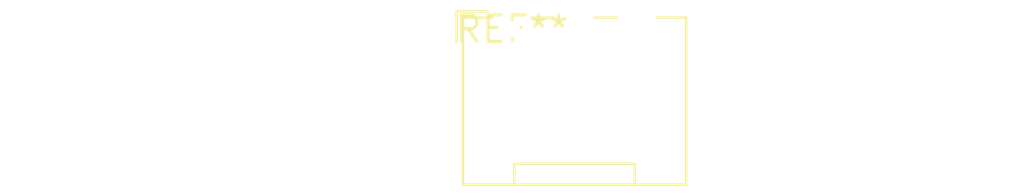
<source format=kicad_pcb>
(kicad_pcb (version 20240108) (generator pcbnew)
  (layers (0 "F.Cu" signal) (31 "B.Cu" signal) (34 "B.Paste" user) (35 "F.Paste" user) (36 "B.SilkS" user "B.Silkscreen") (37 "F.SilkS" user "F.Silkscreen") (38 "B.Mask" user) (39 "F.Mask" user) (44 "Edge.Cuts" user))
  (net 0 "")
  (footprint "JST_ZE_S05B-ZESK-2D_1x05_P1.50mm_Horizontal" (layer "F.Cu") (at 0 0)
    (property "Reference" "REF**")
    (property "Value" "JST_ZE_S05B-ZESK-2D_1x05_P1.50mm_Horizontal")
    (fp_line (start -2.66 -0.86) (end -1.16 -0.86) (layer "F.SilkS") (stroke (width 0.12)))
    (fp_line (start -2.66 0.64) (end -2.66 -0.86) (layer "F.SilkS") (stroke (width 0.12)))
    (fp_line (start -2.36 -0.56) (end -2.36 7.46) (layer "F.SilkS") (stroke (width 0.12)))
    (fp_line (start -2.36 7.46) (end 8.36 7.46) (layer "F.SilkS") (stroke (width 0.12)))
    (fp_line (start -0.96 -0.56) (end -2.36 -0.56) (layer "F.SilkS") (stroke (width 0.12)))
    (fp_line (start 0.11 6.46) (end 5.89 6.46) (layer "F.SilkS") (stroke (width 0.12)))
    (fp_line (start 0.11 7.46) (end 0.11 6.46) (layer "F.SilkS") (stroke (width 0.12)))
    (fp_line (start 0.96 -0.56) (end 2.04 -0.56) (layer "F.SilkS") (stroke (width 0.12)))
    (fp_line (start 3.96 -0.56) (end 5.04 -0.56) (layer "F.SilkS") (stroke (width 0.12)))
    (fp_line (start 5.89 6.46) (end 5.89 7.46) (layer "F.SilkS") (stroke (width 0.12)))
    (fp_line (start 8.36 -0.56) (end 6.96 -0.56) (layer "F.SilkS") (stroke (width 0.12)))
    (fp_line (start 8.36 7.46) (end 8.36 -0.56) (layer "F.SilkS") (stroke (width 0.12)))
    (pad "" np_thru_hole circle (at -1.55 1.85) (size 1.15 1.15) (drill 1.15) (layers *.Cu *.Mask))
    (pad "" np_thru_hole circle (at 7.55 1.85) (size 1.15 1.15) (drill 1.15) (layers *.Cu *.Mask))
    (pad "1" thru_hole roundrect (at 0 0) (size 1.4 1.75) (drill 0.75) (layers *.Cu *.Mask) (remove_unused_layers) (roundrect_rratio 0.178571))
    (pad "2" thru_hole oval (at 1.5 3.7) (size 1.4 1.75) (drill 0.75) (layers *.Cu *.Mask) (remove_unused_layers))
    (pad "3" thru_hole oval (at 3 0) (size 1.4 1.75) (drill 0.75) (layers *.Cu *.Mask) (remove_unused_layers))
    (pad "4" thru_hole oval (at 4.5 3.7) (size 1.4 1.75) (drill 0.75) (layers *.Cu *.Mask) (remove_unused_layers))
    (pad "5" thru_hole oval (at 6 0) (size 1.4 1.75) (drill 0.75) (layers *.Cu *.Mask) (remove_unused_layers))
  )
)
</source>
